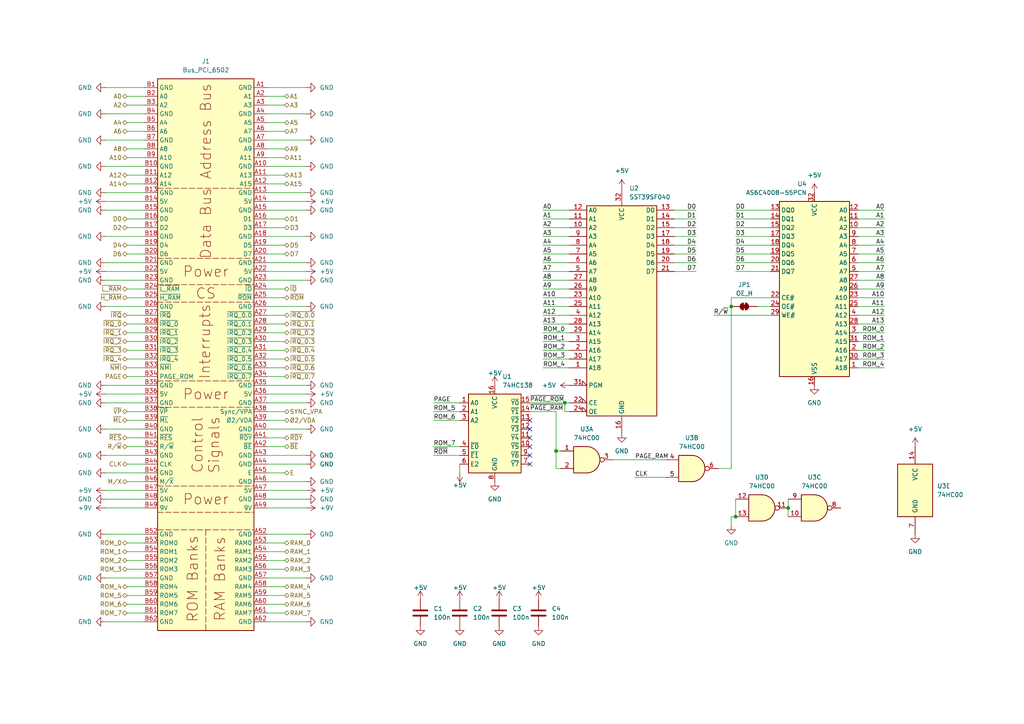
<source format=kicad_sch>
(kicad_sch (version 20231120) (generator "eeschema") (generator_version "8.0")
  (paper "A4")
  (lib_symbols
    (symbol "6502:Bus_PCI_6502"
      (property "Reference" "J" (at 5.08 80.01 0))
      (property "Value" "Bus_PCI_6502" (at 5.08 -82.55 0))
      (symbol "Bus_PCI_6502_1_1"
        (text "Address Bus" (at 0 63.5 900) (effects (font (size 3 3))))
        (text "Control\nSignals" (at 0 -27.432 900) (effects (font (size 3 3))))
        (text "CS" (at 0 16.51 0) (effects (font (size 3 3))))
        (text "Data Bus" (at 0 36.83 900) (effects (font (size 3 3))))
        (text "Interrupts" (at -0.254 2.54 900) (effects (font (size 3 3))))
        (text "Power" (at 0 -43.18 0) (effects (font (size 3 3))))
        (text "Power" (at 0 -12.7 0) (effects (font (size 3 3))))
        (text "Power" (at 0 22.86 0) (effects (font (size 3 3))))
        (text "RAM Banks" (at 4.064 -66.294 900) (effects (font (size 3 3))))
        (text "ROM Banks" (at -3.81 -66.294 900) (effects (font (size 3 3))))
        (pin power_in line (at 17.78 76.2 180) (length 3.81) (name "GND") (number "A1"))
        (pin power_in line (at 17.78 53.34 180) (length 3.81) (name "GND") (number "A10"))
        (pin bidirectional line (at 17.78 50.8 180) (length 3.81) (name "A13") (number "A11"))
        (pin bidirectional line (at 17.78 48.26 180) (length 3.81) (name "A15") (number "A12"))
        (pin power_in line (at 17.78 45.72 180) (length 3.81) (name "GND") (number "A13"))
        (pin power_in line (at 17.78 43.18 180) (length 3.81) (name "5V") (number "A14"))
        (pin power_in line (at 17.78 40.64 180) (length 3.81) (name "GND") (number "A15"))
        (pin bidirectional line (at 17.78 38.1 180) (length 3.81) (name "D1") (number "A16"))
        (pin bidirectional line (at 17.78 35.56 180) (length 3.81) (name "D3") (number "A17"))
        (pin power_in line (at 17.78 33.02 180) (length 3.81) (name "GND") (number "A18"))
        (pin bidirectional line (at 17.78 30.48 180) (length 3.81) (name "D5") (number "A19"))
        (pin bidirectional line (at 17.78 73.66 180) (length 3.81) (name "A1") (number "A2"))
        (pin bidirectional line (at 17.78 27.94 180) (length 3.81) (name "D7") (number "A20"))
        (pin power_in line (at 17.78 25.4 180) (length 3.81) (name "GND") (number "A21"))
        (pin power_in line (at 17.78 22.86 180) (length 3.81) (name "5V") (number "A22"))
        (pin power_in line (at 17.78 20.32 180) (length 3.81) (name "GND") (number "A23"))
        (pin bidirectional line (at 17.78 17.78 180) (length 3.81) (name "~{IO}") (number "A24"))
        (pin bidirectional line (at 17.78 15.24 180) (length 3.81) (name "~{ROM}") (number "A25"))
        (pin power_in line (at 17.78 12.7 180) (length 3.81) (name "GND") (number "A26"))
        (pin input line (at 17.78 10.16 180) (length 3.81) (name "~{IRQ_0.0}") (number "A27"))
        (pin input line (at 17.78 7.62 180) (length 3.81) (name "~{IRQ_0.1}") (number "A28"))
        (pin input line (at 17.78 5.08 180) (length 3.81) (name "~{IRQ_0.2}") (number "A29"))
        (pin bidirectional line (at 17.78 71.12 180) (length 3.81) (name "A3") (number "A3"))
        (pin input line (at 17.78 2.54 180) (length 3.81) (name "~{IRQ_0.3}") (number "A30"))
        (pin input line (at 17.78 0 180) (length 3.81) (name "~{IRQ_0.4}") (number "A31"))
        (pin input line (at 17.78 -2.54 180) (length 3.81) (name "~{IRQ_0.5}") (number "A32"))
        (pin input line (at 17.78 -5.08 180) (length 3.81) (name "~{IRQ_0.6}") (number "A33"))
        (pin input line (at 17.78 -7.62 180) (length 3.81) (name "~{IRQ_0.7}") (number "A34"))
        (pin power_in line (at 17.78 -10.16 180) (length 3.81) (name "GND") (number "A35"))
        (pin power_in line (at 17.78 -12.7 180) (length 3.81) (name "5V") (number "A36"))
        (pin power_in line (at 17.78 -15.24 180) (length 3.81) (name "GND") (number "A37"))
        (pin bidirectional line (at 17.78 -17.78 180) (length 3.81) (name "Sync/VPA") (number "A38"))
        (pin bidirectional line (at 17.78 -20.32 180) (length 3.81) (name "Ø2/VDA") (number "A39"))
        (pin power_in line (at 17.78 68.58 180) (length 3.81) (name "GND") (number "A4"))
        (pin power_in line (at 17.78 -22.86 180) (length 3.81) (name "GND") (number "A40"))
        (pin input line (at 17.78 -25.4 180) (length 3.81) (name "~{RDY}") (number "A41"))
        (pin input line (at 17.78 -27.94 180) (length 3.81) (name "~{BE}") (number "A42"))
        (pin power_in line (at 17.78 -30.48 180) (length 3.81) (name "GND") (number "A43"))
        (pin power_in line (at 17.78 -33.02 180) (length 3.81) (name "GND") (number "A44"))
        (pin output line (at 17.78 -35.56 180) (length 3.81) (name "E") (number "A45"))
        (pin power_in line (at 17.78 -38.1 180) (length 3.81) (name "GND") (number "A46"))
        (pin power_in line (at 17.78 -40.64 180) (length 3.81) (name "5V") (number "A47"))
        (pin power_in line (at 17.78 -43.18 180) (length 3.81) (name "GND") (number "A48"))
        (pin power_in line (at 17.78 -45.72 180) (length 3.81) (name "9V") (number "A49"))
        (pin bidirectional line (at 17.78 66.04 180) (length 3.81) (name "A5") (number "A5"))
        (pin power_in line (at 17.78 -53.34 180) (length 3.81) (name "GND") (number "A52"))
        (pin bidirectional line (at 17.78 -55.88 180) (length 3.81) (name "RAM0") (number "A53"))
        (pin bidirectional line (at 17.78 -58.42 180) (length 3.81) (name "RAM1") (number "A54"))
        (pin bidirectional line (at 17.78 -60.96 180) (length 3.81) (name "RAM2") (number "A55"))
        (pin bidirectional line (at 17.78 -63.5 180) (length 3.81) (name "RAM3") (number "A56"))
        (pin power_in line (at 17.78 -66.04 180) (length 3.81) (name "GND") (number "A57"))
        (pin bidirectional line (at 17.78 -68.58 180) (length 3.81) (name "RAM4") (number "A58"))
        (pin bidirectional line (at 17.78 -71.12 180) (length 3.81) (name "RAM5") (number "A59"))
        (pin bidirectional line (at 17.78 63.5 180) (length 3.81) (name "A7") (number "A6"))
        (pin bidirectional line (at 17.78 -73.66 180) (length 3.81) (name "RAM6") (number "A60"))
        (pin bidirectional line (at 17.78 -76.2 180) (length 3.81) (name "RAM7") (number "A61"))
        (pin power_in line (at 17.78 -78.74 180) (length 3.81) (name "GND") (number "A62"))
        (pin power_in line (at 17.78 60.96 180) (length 3.81) (name "GND") (number "A7"))
        (pin bidirectional line (at 17.78 58.42 180) (length 3.81) (name "A9") (number "A8"))
        (pin bidirectional line (at 17.78 55.88 180) (length 3.81) (name "A11") (number "A9"))
        (pin power_in line (at -17.78 76.2 0) (length 3.81) (name "GND") (number "B1"))
        (pin power_in line (at -17.78 53.34 0) (length 3.81) (name "GND") (number "B10"))
        (pin bidirectional line (at -17.78 50.8 0) (length 3.81) (name "A12") (number "B11"))
        (pin bidirectional line (at -17.78 48.26 0) (length 3.81) (name "A14") (number "B12"))
        (pin power_in line (at -17.78 45.72 0) (length 3.81) (name "GND") (number "B13"))
        (pin power_in line (at -17.78 43.18 0) (length 3.81) (name "5V") (number "B14"))
        (pin power_in line (at -17.78 40.64 0) (length 3.81) (name "GND") (number "B15"))
        (pin bidirectional line (at -17.78 38.1 0) (length 3.81) (name "D0") (number "B16"))
        (pin bidirectional line (at -17.78 35.56 0) (length 3.81) (name "D2") (number "B17"))
        (pin power_in line (at -17.78 33.02 0) (length 3.81) (name "GND") (number "B18"))
        (pin bidirectional line (at -17.78 30.48 0) (length 3.81) (name "D4") (number "B19"))
        (pin bidirectional line (at -17.78 73.66 0) (length 3.81) (name "A0") (number "B2"))
        (pin bidirectional line (at -17.78 27.94 0) (length 3.81) (name "D6") (number "B20"))
        (pin power_in line (at -17.78 25.4 0) (length 3.81) (name "GND") (number "B21"))
        (pin power_in line (at -17.78 22.86 0) (length 3.81) (name "5V") (number "B22"))
        (pin power_in line (at -17.78 20.32 0) (length 3.81) (name "GND") (number "B23"))
        (pin bidirectional line (at -17.78 17.78 0) (length 3.81) (name "~{L_RAM}") (number "B24"))
        (pin bidirectional line (at -17.78 15.24 0) (length 3.81) (name "~{H_RAM}") (number "B25"))
        (pin power_in line (at -17.78 12.7 0) (length 3.81) (name "GND") (number "B26"))
        (pin input line (at -17.78 10.16 0) (length 3.81) (name "~{IRQ}") (number "B27"))
        (pin input line (at -17.78 7.62 0) (length 3.81) (name "~{IRQ_0}") (number "B28"))
        (pin input line (at -17.78 5.08 0) (length 3.81) (name "~{IRQ_1}") (number "B29"))
        (pin bidirectional line (at -17.78 71.12 0) (length 3.81) (name "A2") (number "B3"))
        (pin input line (at -17.78 2.54 0) (length 3.81) (name "~{IRQ_2}") (number "B30"))
        (pin input line (at -17.78 0 0) (length 3.81) (name "~{IRQ_3}") (number "B31"))
        (pin input line (at -17.78 -2.54 0) (length 3.81) (name "~{IRQ_4}") (number "B32"))
        (pin input line (at -17.78 -5.08 0) (length 3.81) (name "~{NMI}") (number "B33"))
        (pin output line (at -17.78 -7.62 0) (length 3.81) (name "PAGE_ROM") (number "B34"))
        (pin power_in line (at -17.78 -10.16 0) (length 3.81) (name "GND") (number "B35"))
        (pin power_in line (at -17.78 -12.7 0) (length 3.81) (name "5V") (number "B36"))
        (pin power_in line (at -17.78 -15.24 0) (length 3.81) (name "GND") (number "B37"))
        (pin bidirectional line (at -17.78 -17.78 0) (length 3.81) (name "~{VP}") (number "B38"))
        (pin bidirectional line (at -17.78 -20.32 0) (length 3.81) (name "~{ML}") (number "B39"))
        (pin power_in line (at -17.78 68.58 0) (length 3.81) (name "GND") (number "B4"))
        (pin power_in line (at -17.78 -22.86 0) (length 3.81) (name "GND") (number "B40"))
        (pin input line (at -17.78 -25.4 0) (length 3.81) (name "~{RES}") (number "B41"))
        (pin bidirectional line (at -17.78 -27.94 0) (length 3.81) (name "R/~{W}") (number "B42"))
        (pin power_in line (at -17.78 -30.48 0) (length 3.81) (name "GND") (number "B43"))
        (pin bidirectional line (at -17.78 -33.02 0) (length 3.81) (name "CLK") (number "B44"))
        (pin power_in line (at -17.78 -35.56 0) (length 3.81) (name "GND") (number "B45"))
        (pin bidirectional line (at -17.78 -38.1 0) (length 3.81) (name "M/~{X}") (number "B46"))
        (pin power_in line (at -17.78 -40.64 0) (length 3.81) (name "5V") (number "B47"))
        (pin power_in line (at -17.78 -43.18 0) (length 3.81) (name "GND") (number "B48"))
        (pin power_in line (at -17.78 -45.72 0) (length 3.81) (name "9V") (number "B49"))
        (pin bidirectional line (at -17.78 66.04 0) (length 3.81) (name "A4") (number "B5"))
        (pin power_in line (at -17.78 -53.34 0) (length 3.81) (name "GND") (number "B52"))
        (pin bidirectional line (at -17.78 -55.88 0) (length 3.81) (name "ROM0") (number "B53"))
        (pin bidirectional line (at -17.78 -58.42 0) (length 3.81) (name "ROM1") (number "B54"))
        (pin bidirectional line (at -17.78 -60.96 0) (length 3.81) (name "ROM2") (number "B55"))
        (pin bidirectional line (at -17.78 -63.5 0) (length 3.81) (name "ROM3") (number "B56"))
        (pin power_in line (at -17.78 -66.04 0) (length 3.81) (name "GND") (number "B57"))
        (pin bidirectional line (at -17.78 -68.58 0) (length 3.81) (name "ROM4") (number "B58"))
        (pin bidirectional line (at -17.78 -71.12 0) (length 3.81) (name "ROM5") (number "B59"))
        (pin bidirectional line (at -17.78 63.5 0) (length 3.81) (name "A6") (number "B6"))
        (pin bidirectional line (at -17.78 -73.66 0) (length 3.81) (name "ROM6") (number "B60"))
        (pin bidirectional line (at -17.78 -76.2 0) (length 3.81) (name "ROM7") (number "B61"))
        (pin power_in line (at -17.78 -78.74 0) (length 3.81) (name "GND") (number "B62"))
        (pin power_in line (at -17.78 60.96 0) (length 3.81) (name "GND") (number "B7"))
        (pin bidirectional line (at -17.78 58.42 0) (length 3.81) (name "A8") (number "B8"))
        (pin bidirectional line (at -17.78 55.88 0) (length 3.81) (name "A10") (number "B9"))
      )
    )
    (symbol "74xx:74HC00" (pin_names (offset 1.016))
      (property "Reference" "U" (at 0 1.27 0))
      (property "Value" "74HC00" (at 0 -1.27 0))
      (symbol "74HC00_1_1"
        (pin input line (at -7.62 2.54 0) (length 3.81) (name "~") (number "1"))
        (pin input line (at -7.62 -2.54 0) (length 3.81) (name "~") (number "2"))
        (pin output inverted (at 7.62 0 180) (length 3.81) (name "~") (number "3"))
      )
      (symbol "74HC00_1_2"
        (pin input inverted (at -7.62 2.54 0) (length 4.318) (name "~") (number "1"))
        (pin input inverted (at -7.62 -2.54 0) (length 4.318) (name "~") (number "2"))
        (pin output line (at 7.62 0 180) (length 3.81) (name "~") (number "3"))
      )
      (symbol "74HC00_2_1"
        (pin input line (at -7.62 2.54 0) (length 3.81) (name "~") (number "4"))
        (pin input line (at -7.62 -2.54 0) (length 3.81) (name "~") (number "5"))
        (pin output inverted (at 7.62 0 180) (length 3.81) (name "~") (number "6"))
      )
      (symbol "74HC00_2_2"
        (pin input inverted (at -7.62 2.54 0) (length 4.318) (name "~") (number "4"))
        (pin input inverted (at -7.62 -2.54 0) (length 4.318) (name "~") (number "5"))
        (pin output line (at 7.62 0 180) (length 3.81) (name "~") (number "6"))
      )
      (symbol "74HC00_3_1"
        (pin input line (at -7.62 -2.54 0) (length 3.81) (name "~") (number "10"))
        (pin output inverted (at 7.62 0 180) (length 3.81) (name "~") (number "8"))
        (pin input line (at -7.62 2.54 0) (length 3.81) (name "~") (number "9"))
      )
      (symbol "74HC00_3_2"
        (pin input inverted (at -7.62 -2.54 0) (length 4.318) (name "~") (number "10"))
        (pin output line (at 7.62 0 180) (length 3.81) (name "~") (number "8"))
        (pin input inverted (at -7.62 2.54 0) (length 4.318) (name "~") (number "9"))
      )
      (symbol "74HC00_4_1"
        (pin output inverted (at 7.62 0 180) (length 3.81) (name "~") (number "11"))
        (pin input line (at -7.62 2.54 0) (length 3.81) (name "~") (number "12"))
        (pin input line (at -7.62 -2.54 0) (length 3.81) (name "~") (number "13"))
      )
      (symbol "74HC00_4_2"
        (pin output line (at 7.62 0 180) (length 3.81) (name "~") (number "11"))
        (pin input inverted (at -7.62 2.54 0) (length 4.318) (name "~") (number "12"))
        (pin input inverted (at -7.62 -2.54 0) (length 4.318) (name "~") (number "13"))
      )
      (symbol "74HC00_5_0"
        (pin power_in line (at 0 12.7 270) (length 5.08) (name "VCC") (number "14"))
        (pin power_in line (at 0 -12.7 90) (length 5.08) (name "GND") (number "7"))
      )
    )
    (symbol "74xx:74HC138"
      (property "Reference" "U" (at -7.62 13.97 0))
      (property "Value" "74HC138" (at 2.54 -11.43 0))
      (symbol "74HC138_1_1"
        (pin input line (at -10.16 10.16 0) (length 2.54) (name "A0") (number "1"))
        (pin output line (at 10.16 -2.54 180) (length 2.54) (name "~{Y5}") (number "10"))
        (pin output line (at 10.16 0 180) (length 2.54) (name "~{Y4}") (number "11"))
        (pin output line (at 10.16 2.54 180) (length 2.54) (name "~{Y3}") (number "12"))
        (pin output line (at 10.16 5.08 180) (length 2.54) (name "~{Y2}") (number "13"))
        (pin output line (at 10.16 7.62 180) (length 2.54) (name "~{Y1}") (number "14"))
        (pin output line (at 10.16 10.16 180) (length 2.54) (name "~{Y0}") (number "15"))
        (pin power_in line (at 0 15.24 270) (length 2.54) (name "VCC") (number "16"))
        (pin input line (at -10.16 7.62 0) (length 2.54) (name "A1") (number "2"))
        (pin input line (at -10.16 5.08 0) (length 2.54) (name "A2") (number "3"))
        (pin input line (at -10.16 -2.54 0) (length 2.54) (name "~{E0}") (number "4"))
        (pin input line (at -10.16 -5.08 0) (length 2.54) (name "~{E1}") (number "5"))
        (pin input line (at -10.16 -7.62 0) (length 2.54) (name "E2") (number "6"))
        (pin output line (at 10.16 -7.62 180) (length 2.54) (name "~{Y7}") (number "7"))
        (pin power_in line (at 0 -12.7 90) (length 2.54) (name "GND") (number "8"))
        (pin output line (at 10.16 -5.08 180) (length 2.54) (name "~{Y6}") (number "9"))
      )
    )
    (symbol "Device:C" (pin_numbers hide) (pin_names (offset 0.254))
      (property "Reference" "C" (at 0.635 2.54 0))
      (property "Value" "C" (at 0.635 -2.54 0))
      (symbol "C_1_1"
        (pin passive line (at 0 3.81 270) (length 2.794) (name "~") (number "1"))
        (pin passive line (at 0 -3.81 90) (length 2.794) (name "~") (number "2"))
      )
    )
    (symbol "Jumper:SolderJumper_2_Bridged" (pin_numbers hide) (pin_names (offset 0) hide) (exclude_from_sim yes) (in_bom no)
      (property "Reference" "JP" (at 0 2.032 0))
      (property "Value" "SolderJumper_2_Bridged" (at 0 -2.54 0))
      (symbol "SolderJumper_2_Bridged_1_1"
        (pin passive line (at -3.81 0 0) (length 2.54) (name "A") (number "1"))
        (pin passive line (at 3.81 0 180) (length 2.54) (name "B") (number "2"))
      )
    )
    (symbol "Memory_Flash:SST39SF040"
      (property "Reference" "U" (at 2.54 33.02 0))
      (property "Value" "SST39SF040" (at 0 -30.48 0))
      (symbol "SST39SF040_0_0"
        (pin power_in line (at 0 -34.29 90) (length 5.08) (name "GND") (number "16"))
        (pin power_in line (at 0 36.83 270) (length 5.08) (name "VCC") (number "32"))
      )
      (symbol "SST39SF040_1_1"
        (pin input line (at -15.24 -15.24 0) (length 5.08) (name "A18") (number "1"))
        (pin input line (at -15.24 25.4 0) (length 5.08) (name "A2") (number "10"))
        (pin input line (at -15.24 27.94 0) (length 5.08) (name "A1") (number "11"))
        (pin input line (at -15.24 30.48 0) (length 5.08) (name "A0") (number "12"))
        (pin tri_state line (at 15.24 30.48 180) (length 5.08) (name "D0") (number "13"))
        (pin tri_state line (at 15.24 27.94 180) (length 5.08) (name "D1") (number "14"))
        (pin tri_state line (at 15.24 25.4 180) (length 5.08) (name "D2") (number "15"))
        (pin tri_state line (at 15.24 22.86 180) (length 5.08) (name "D3") (number "17"))
        (pin tri_state line (at 15.24 20.32 180) (length 5.08) (name "D4") (number "18"))
        (pin tri_state line (at 15.24 17.78 180) (length 5.08) (name "D5") (number "19"))
        (pin input line (at -15.24 -10.16 0) (length 5.08) (name "A16") (number "2"))
        (pin tri_state line (at 15.24 15.24 180) (length 5.08) (name "D6") (number "20"))
        (pin tri_state line (at 15.24 12.7 180) (length 5.08) (name "D7") (number "21"))
        (pin input input_low (at -15.24 -25.4 0) (length 5.08) (name "CE") (number "22"))
        (pin input line (at -15.24 5.08 0) (length 5.08) (name "A10") (number "23"))
        (pin input input_low (at -15.24 -27.94 0) (length 5.08) (name "OE") (number "24"))
        (pin input line (at -15.24 2.54 0) (length 5.08) (name "A11") (number "25"))
        (pin input line (at -15.24 7.62 0) (length 5.08) (name "A9") (number "26"))
        (pin input line (at -15.24 10.16 0) (length 5.08) (name "A8") (number "27"))
        (pin input line (at -15.24 -2.54 0) (length 5.08) (name "A13") (number "28"))
        (pin input line (at -15.24 -5.08 0) (length 5.08) (name "A14") (number "29"))
        (pin input line (at -15.24 -7.62 0) (length 5.08) (name "A15") (number "3"))
        (pin input line (at -15.24 -12.7 0) (length 5.08) (name "A17") (number "30"))
        (pin input input_low (at -15.24 -20.32 0) (length 5.08) (name "PGM") (number "31"))
        (pin input line (at -15.24 0 0) (length 5.08) (name "A12") (number "4"))
        (pin input line (at -15.24 12.7 0) (length 5.08) (name "A7") (number "5"))
        (pin input line (at -15.24 15.24 0) (length 5.08) (name "A6") (number "6"))
        (pin input line (at -15.24 17.78 0) (length 5.08) (name "A5") (number "7"))
        (pin input line (at -15.24 20.32 0) (length 5.08) (name "A4") (number "8"))
        (pin input line (at -15.24 22.86 0) (length 5.08) (name "A3") (number "9"))
      )
    )
    (symbol "Memory_RAM:AS6C4008-55PCN"
      (property "Reference" "U" (at -10.16 26.035 0))
      (property "Value" "AS6C4008-55PCN" (at 2.54 26.035 0))
      (symbol "AS6C4008-55PCN_0_0"
        (pin power_in line (at 0 -27.94 90) (length 2.54) (name "VSS") (number "16"))
        (pin power_in line (at 0 27.94 270) (length 2.54) (name "VCC") (number "32"))
      )
      (symbol "AS6C4008-55PCN_1_1"
        (pin input line (at -12.7 -22.86 0) (length 2.54) (name "A18") (number "1"))
        (pin input line (at -12.7 17.78 0) (length 2.54) (name "A2") (number "10"))
        (pin input line (at -12.7 20.32 0) (length 2.54) (name "A1") (number "11"))
        (pin input line (at -12.7 22.86 0) (length 2.54) (name "A0") (number "12"))
        (pin tri_state line (at 12.7 22.86 180) (length 2.54) (name "DQ0") (number "13"))
        (pin tri_state line (at 12.7 20.32 180) (length 2.54) (name "DQ1") (number "14"))
        (pin tri_state line (at 12.7 17.78 180) (length 2.54) (name "DQ2") (number "15"))
        (pin tri_state line (at 12.7 15.24 180) (length 2.54) (name "DQ3") (number "17"))
        (pin tri_state line (at 12.7 12.7 180) (length 2.54) (name "DQ4") (number "18"))
        (pin tri_state line (at 12.7 10.16 180) (length 2.54) (name "DQ5") (number "19"))
        (pin input line (at -12.7 -17.78 0) (length 2.54) (name "A16") (number "2"))
        (pin tri_state line (at 12.7 7.62 180) (length 2.54) (name "DQ6") (number "20"))
        (pin tri_state line (at 12.7 5.08 180) (length 2.54) (name "DQ7") (number "21"))
        (pin input line (at 12.7 -2.54 180) (length 2.54) (name "CE#") (number "22"))
        (pin input line (at -12.7 -2.54 0) (length 2.54) (name "A10") (number "23"))
        (pin input line (at 12.7 -5.08 180) (length 2.54) (name "OE#") (number "24"))
        (pin input line (at -12.7 -5.08 0) (length 2.54) (name "A11") (number "25"))
        (pin input line (at -12.7 0 0) (length 2.54) (name "A9") (number "26"))
        (pin input line (at -12.7 2.54 0) (length 2.54) (name "A8") (number "27"))
        (pin input line (at -12.7 -10.16 0) (length 2.54) (name "A13") (number "28"))
        (pin input line (at 12.7 -7.62 180) (length 2.54) (name "WE#") (number "29"))
        (pin input line (at -12.7 -12.7 0) (length 2.54) (name "A14") (number "3"))
        (pin input line (at -12.7 -20.32 0) (length 2.54) (name "A17") (number "30"))
        (pin input line (at -12.7 -15.24 0) (length 2.54) (name "A15") (number "31"))
        (pin input line (at -12.7 -7.62 0) (length 2.54) (name "A12") (number "4"))
        (pin input line (at -12.7 5.08 0) (length 2.54) (name "A7") (number "5"))
        (pin input line (at -12.7 7.62 0) (length 2.54) (name "A6") (number "6"))
        (pin input line (at -12.7 10.16 0) (length 2.54) (name "A5") (number "7"))
        (pin input line (at -12.7 12.7 0) (length 2.54) (name "A4") (number "8"))
        (pin input line (at -12.7 15.24 0) (length 2.54) (name "A3") (number "9"))
      )
    )
    (symbol "power:+5V" (power) (pin_numbers hide) (pin_names (offset 0) hide)
      (property "Value" "+5V" (at 0 3.556 0))
      (symbol "+5V_1_1"
        (pin power_in line (at 0 0 90) (length 0) (name "~") (number "1"))
      )
    )
    (symbol "power:+9V" (power) (pin_numbers hide) (pin_names (offset 0) hide)
      (property "Value" "+9V" (at 0 3.556 0))
      (symbol "+9V_1_1"
        (pin power_in line (at 0 0 90) (length 0) (name "~") (number "1"))
      )
    )
    (symbol "power:GND" (power) (pin_numbers hide) (pin_names (offset 0) hide)
      (property "Value" "GND" (at 0 -3.81 0))
      (symbol "GND_1_1"
        (pin power_in line (at 0 0 270) (length 0) (name "~") (number "1"))
      )
    )
  )
  (junction (at 163.83 116.84))
  (junction (at 212.09 88.9))
  (junction (at 161.29 130.81))
  (junction (at 228.6 147.32))
  (junction (at 213.36 149.86))
  (no_connect (at 153.67 121.92))
  (no_connect (at 153.67 134.62))
  (no_connect (at 153.67 127))
  (no_connect (at 153.67 132.08))
  (no_connect (at 153.67 124.46))
  (no_connect (at 153.67 129.54))
  (wire (pts (xy 256.54 88.9) (xy 248.92 88.9)))
  (wire (pts (xy 36.83 172.72) (xy 41.91 172.72)))
  (wire (pts (xy 256.54 66.04) (xy 248.92 66.04)))
  (wire (pts (xy 157.48 104.14) (xy 165.1 104.14)))
  (wire (pts (xy 256.54 99.06) (xy 248.92 99.06)))
  (wire (pts (xy 213.36 66.04) (xy 223.52 66.04)))
  (wire (pts (xy 36.83 71.12) (xy 41.91 71.12)))
  (wire (pts (xy 36.83 134.62) (xy 41.91 134.62)))
  (wire (pts (xy 157.48 73.66) (xy 165.1 73.66)))
  (wire (pts (xy 30.48 40.64) (xy 41.91 40.64)))
  (wire (pts (xy 133.35 134.62) (xy 133.35 137.16)))
  (wire (pts (xy 82.55 119.38) (xy 77.47 119.38)))
  (wire (pts (xy 36.83 119.38) (xy 41.91 119.38)))
  (wire (pts (xy 201.93 76.2) (xy 195.58 76.2)))
  (wire (pts (xy 36.83 30.48) (xy 41.91 30.48)))
  (wire (pts (xy 88.9 154.94) (xy 77.47 154.94)))
  (wire (pts (xy 256.54 60.96) (xy 248.92 60.96)))
  (wire (pts (xy 157.48 71.12) (xy 165.1 71.12)))
  (wire (pts (xy 157.48 81.28) (xy 165.1 81.28)))
  (wire (pts (xy 256.54 68.58) (xy 248.92 68.58)))
  (wire (pts (xy 88.9 134.62) (xy 77.47 134.62)))
  (wire (pts (xy 201.93 66.04) (xy 195.58 66.04)))
  (wire (pts (xy 177.8 133.35) (xy 193.04 133.35)))
  (wire (pts (xy 256.54 76.2) (xy 248.92 76.2)))
  (wire (pts (xy 36.83 91.44) (xy 41.91 91.44)))
  (wire (pts (xy 213.36 71.12) (xy 223.52 71.12)))
  (wire (pts (xy 30.48 111.76) (xy 41.91 111.76)))
  (wire (pts (xy 82.55 91.44) (xy 77.47 91.44)))
  (wire (pts (xy 256.54 63.5) (xy 248.92 63.5)))
  (wire (pts (xy 82.55 63.5) (xy 77.47 63.5)))
  (wire (pts (xy 82.55 106.68) (xy 77.47 106.68)))
  (wire (pts (xy 88.9 167.64) (xy 77.47 167.64)))
  (wire (pts (xy 256.54 83.82) (xy 248.92 83.82)))
  (wire (pts (xy 228.6 144.78) (xy 228.6 147.32)))
  (wire (pts (xy 82.55 129.54) (xy 77.47 129.54)))
  (wire (pts (xy 88.9 144.78) (xy 77.47 144.78)))
  (wire (pts (xy 82.55 170.18) (xy 77.47 170.18)))
  (wire (pts (xy 201.93 71.12) (xy 195.58 71.12)))
  (wire (pts (xy 30.48 33.02) (xy 41.91 33.02)))
  (wire (pts (xy 88.9 68.58) (xy 77.47 68.58)))
  (wire (pts (xy 213.36 60.96) (xy 223.52 60.96)))
  (wire (pts (xy 36.83 27.94) (xy 41.91 27.94)))
  (wire (pts (xy 161.29 119.38) (xy 161.29 130.81)))
  (wire (pts (xy 212.09 88.9) (xy 212.09 135.89)))
  (wire (pts (xy 82.55 93.98) (xy 77.47 93.98)))
  (wire (pts (xy 213.36 73.66) (xy 223.52 73.66)))
  (wire (pts (xy 36.83 53.34) (xy 41.91 53.34)))
  (wire (pts (xy 212.09 149.86) (xy 213.36 149.86)))
  (wire (pts (xy 30.48 78.74) (xy 41.91 78.74)))
  (wire (pts (xy 82.55 137.16) (xy 77.47 137.16)))
  (wire (pts (xy 228.6 147.32) (xy 228.6 149.86)))
  (wire (pts (xy 82.55 162.56) (xy 77.47 162.56)))
  (wire (pts (xy 201.93 78.74) (xy 195.58 78.74)))
  (wire (pts (xy 157.48 96.52) (xy 165.1 96.52)))
  (wire (pts (xy 36.83 38.1) (xy 41.91 38.1)))
  (wire (pts (xy 30.48 48.26) (xy 41.91 48.26)))
  (wire (pts (xy 157.48 63.5) (xy 165.1 63.5)))
  (wire (pts (xy 82.55 96.52) (xy 77.47 96.52)))
  (wire (pts (xy 88.9 58.42) (xy 77.47 58.42)))
  (wire (pts (xy 213.36 76.2) (xy 223.52 76.2)))
  (wire (pts (xy 88.9 76.2) (xy 77.47 76.2)))
  (wire (pts (xy 30.48 114.3) (xy 41.91 114.3)))
  (wire (pts (xy 82.55 73.66) (xy 77.47 73.66)))
  (wire (pts (xy 256.54 93.98) (xy 248.92 93.98)))
  (wire (pts (xy 88.9 25.4) (xy 77.47 25.4)))
  (wire (pts (xy 30.48 81.28) (xy 41.91 81.28)))
  (wire (pts (xy 256.54 81.28) (xy 248.92 81.28)))
  (wire (pts (xy 157.48 106.68) (xy 165.1 106.68)))
  (wire (pts (xy 30.48 68.58) (xy 41.91 68.58)))
  (wire (pts (xy 82.55 83.82) (xy 77.47 83.82)))
  (wire (pts (xy 36.83 35.56) (xy 41.91 35.56)))
  (wire (pts (xy 36.83 177.8) (xy 41.91 177.8)))
  (wire (pts (xy 30.48 154.94) (xy 41.91 154.94)))
  (wire (pts (xy 36.83 121.92) (xy 41.91 121.92)))
  (wire (pts (xy 88.9 180.34) (xy 77.47 180.34)))
  (wire (pts (xy 36.83 86.36) (xy 41.91 86.36)))
  (wire (pts (xy 157.48 86.36) (xy 165.1 86.36)))
  (wire (pts (xy 163.83 119.38) (xy 163.83 116.84)))
  (wire (pts (xy 82.55 50.8) (xy 77.47 50.8)))
  (wire (pts (xy 30.48 147.32) (xy 41.91 147.32)))
  (wire (pts (xy 125.73 119.38) (xy 133.35 119.38)))
  (wire (pts (xy 212.09 152.4) (xy 212.09 149.86)))
  (wire (pts (xy 82.55 86.36) (xy 77.47 86.36)))
  (wire (pts (xy 157.48 83.82) (xy 165.1 83.82)))
  (wire (pts (xy 125.73 129.54) (xy 133.35 129.54)))
  (wire (pts (xy 30.48 132.08) (xy 41.91 132.08)))
  (wire (pts (xy 30.48 55.88) (xy 41.91 55.88)))
  (wire (pts (xy 36.83 157.48) (xy 41.91 157.48)))
  (wire (pts (xy 201.93 60.96) (xy 195.58 60.96)))
  (wire (pts (xy 161.29 135.89) (xy 161.29 130.81)))
  (wire (pts (xy 157.48 60.96) (xy 165.1 60.96)))
  (wire (pts (xy 125.73 132.08) (xy 133.35 132.08)))
  (wire (pts (xy 212.09 86.36) (xy 212.09 88.9)))
  (wire (pts (xy 256.54 104.14) (xy 248.92 104.14)))
  (wire (pts (xy 36.83 109.22) (xy 41.91 109.22)))
  (wire (pts (xy 36.83 101.6) (xy 41.91 101.6)))
  (wire (pts (xy 36.83 165.1) (xy 41.91 165.1)))
  (wire (pts (xy 36.83 99.06) (xy 41.91 99.06)))
  (wire (pts (xy 30.48 60.96) (xy 41.91 60.96)))
  (wire (pts (xy 30.48 167.64) (xy 41.91 167.64)))
  (wire (pts (xy 153.67 119.38) (xy 161.29 119.38)))
  (wire (pts (xy 256.54 71.12) (xy 248.92 71.12)))
  (wire (pts (xy 36.83 175.26) (xy 41.91 175.26)))
  (wire (pts (xy 82.55 121.92) (xy 77.47 121.92)))
  (wire (pts (xy 36.83 104.14) (xy 41.91 104.14)))
  (wire (pts (xy 30.48 76.2) (xy 41.91 76.2)))
  (wire (pts (xy 157.48 68.58) (xy 165.1 68.58)))
  (wire (pts (xy 30.48 25.4) (xy 41.91 25.4)))
  (wire (pts (xy 82.55 101.6) (xy 77.47 101.6)))
  (wire (pts (xy 30.48 137.16) (xy 41.91 137.16)))
  (wire (pts (xy 36.83 139.7) (xy 41.91 139.7)))
  (wire (pts (xy 157.48 101.6) (xy 165.1 101.6)))
  (wire (pts (xy 82.55 45.72) (xy 77.47 45.72)))
  (wire (pts (xy 88.9 33.02) (xy 77.47 33.02)))
  (wire (pts (xy 36.83 170.18) (xy 41.91 170.18)))
  (wire (pts (xy 157.48 78.74) (xy 165.1 78.74)))
  (wire (pts (xy 82.55 165.1) (xy 77.47 165.1)))
  (wire (pts (xy 82.55 177.8) (xy 77.47 177.8)))
  (wire (pts (xy 213.36 63.5) (xy 223.52 63.5)))
  (wire (pts (xy 82.55 35.56) (xy 77.47 35.56)))
  (wire (pts (xy 207.01 91.44) (xy 223.52 91.44)))
  (wire (pts (xy 165.1 119.38) (xy 163.83 119.38)))
  (wire (pts (xy 36.83 66.04) (xy 41.91 66.04)))
  (wire (pts (xy 157.48 88.9) (xy 165.1 88.9)))
  (wire (pts (xy 30.48 180.34) (xy 41.91 180.34)))
  (wire (pts (xy 162.56 135.89) (xy 161.29 135.89)))
  (wire (pts (xy 256.54 96.52) (xy 248.92 96.52)))
  (wire (pts (xy 30.48 88.9) (xy 41.91 88.9)))
  (wire (pts (xy 82.55 172.72) (xy 77.47 172.72)))
  (wire (pts (xy 88.9 48.26) (xy 77.47 48.26)))
  (wire (pts (xy 213.36 68.58) (xy 223.52 68.58)))
  (wire (pts (xy 157.48 93.98) (xy 165.1 93.98)))
  (wire (pts (xy 36.83 50.8) (xy 41.91 50.8)))
  (wire (pts (xy 88.9 55.88) (xy 77.47 55.88)))
  (wire (pts (xy 256.54 106.68) (xy 248.92 106.68)))
  (wire (pts (xy 82.55 27.94) (xy 77.47 27.94)))
  (wire (pts (xy 82.55 43.18) (xy 77.47 43.18)))
  (wire (pts (xy 88.9 132.08) (xy 77.47 132.08)))
  (wire (pts (xy 36.83 45.72) (xy 41.91 45.72)))
  (wire (pts (xy 36.83 162.56) (xy 41.91 162.56)))
  (wire (pts (xy 36.83 93.98) (xy 41.91 93.98)))
  (wire (pts (xy 88.9 88.9) (xy 77.47 88.9)))
  (wire (pts (xy 157.48 66.04) (xy 165.1 66.04)))
  (wire (pts (xy 157.48 91.44) (xy 165.1 91.44)))
  (wire (pts (xy 256.54 101.6) (xy 248.92 101.6)))
  (wire (pts (xy 157.48 76.2) (xy 165.1 76.2)))
  (wire (pts (xy 82.55 38.1) (xy 77.47 38.1)))
  (wire (pts (xy 161.29 130.81) (xy 162.56 130.81)))
  (wire (pts (xy 30.48 144.78) (xy 41.91 144.78)))
  (wire (pts (xy 82.55 175.26) (xy 77.47 175.26)))
  (wire (pts (xy 201.93 73.66) (xy 195.58 73.66)))
  (wire (pts (xy 213.36 144.78) (xy 213.36 149.86)))
  (wire (pts (xy 125.73 116.84) (xy 133.35 116.84)))
  (wire (pts (xy 213.36 78.74) (xy 223.52 78.74)))
  (wire (pts (xy 30.48 124.46) (xy 41.91 124.46)))
  (wire (pts (xy 82.55 160.02) (xy 77.47 160.02)))
  (wire (pts (xy 36.83 73.66) (xy 41.91 73.66)))
  (wire (pts (xy 125.73 121.92) (xy 133.35 121.92)))
  (wire (pts (xy 153.67 116.84) (xy 163.83 116.84)))
  (wire (pts (xy 219.71 88.9) (xy 223.52 88.9)))
  (wire (pts (xy 36.83 63.5) (xy 41.91 63.5)))
  (wire (pts (xy 82.55 99.06) (xy 77.47 99.06)))
  (wire (pts (xy 88.9 114.3) (xy 77.47 114.3)))
  (wire (pts (xy 30.48 58.42) (xy 41.91 58.42)))
  (wire (pts (xy 256.54 91.44) (xy 248.92 91.44)))
  (wire (pts (xy 256.54 86.36) (xy 248.92 86.36)))
  (wire (pts (xy 82.55 127) (xy 77.47 127)))
  (wire (pts (xy 82.55 71.12) (xy 77.47 71.12)))
  (wire (pts (xy 36.83 106.68) (xy 41.91 106.68)))
  (wire (pts (xy 36.83 83.82) (xy 41.91 83.82)))
  (wire (pts (xy 88.9 78.74) (xy 77.47 78.74)))
  (wire (pts (xy 30.48 116.84) (xy 41.91 116.84)))
  (wire (pts (xy 212.09 86.36) (xy 223.52 86.36)))
  (wire (pts (xy 256.54 78.74) (xy 248.92 78.74)))
  (wire (pts (xy 88.9 81.28) (xy 77.47 81.28)))
  (wire (pts (xy 88.9 116.84) (xy 77.47 116.84)))
  (wire (pts (xy 184.15 138.43) (xy 193.04 138.43)))
  (wire (pts (xy 36.83 129.54) (xy 41.91 129.54)))
  (wire (pts (xy 88.9 111.76) (xy 77.47 111.76)))
  (wire (pts (xy 201.93 68.58) (xy 195.58 68.58)))
  (wire (pts (xy 157.48 99.06) (xy 165.1 99.06)))
  (wire (pts (xy 36.83 160.02) (xy 41.91 160.02)))
  (wire (pts (xy 36.83 96.52) (xy 41.91 96.52)))
  (wire (pts (xy 30.48 142.24) (xy 41.91 142.24)))
  (wire (pts (xy 88.9 139.7) (xy 77.47 139.7)))
  (wire (pts (xy 88.9 147.32) (xy 77.47 147.32)))
  (wire (pts (xy 88.9 124.46) (xy 77.47 124.46)))
  (wire (pts (xy 36.83 43.18) (xy 41.91 43.18)))
  (wire (pts (xy 82.55 109.22) (xy 77.47 109.22)))
  (wire (pts (xy 256.54 73.66) (xy 248.92 73.66)))
  (wire (pts (xy 82.55 53.34) (xy 77.47 53.34)))
  (wire (pts (xy 82.55 30.48) (xy 77.47 30.48)))
  (wire (pts (xy 88.9 60.96) (xy 77.47 60.96)))
  (wire (pts (xy 208.28 135.89) (xy 212.09 135.89)))
  (wire (pts (xy 82.55 66.04) (xy 77.47 66.04)))
  (wire (pts (xy 88.9 142.24) (xy 77.47 142.24)))
  (wire (pts (xy 82.55 104.14) (xy 77.47 104.14)))
  (wire (pts (xy 36.83 127) (xy 41.91 127)))
  (wire (pts (xy 82.55 157.48) (xy 77.47 157.48)))
  (wire (pts (xy 88.9 40.64) (xy 77.47 40.64)))
  (wire (pts (xy 201.93 63.5) (xy 195.58 63.5)))
  (wire (pts (xy 163.83 116.84) (xy 165.1 116.84)))
  (label "A12" (at 256.54 91.44 180))
  (label "ROM_4" (at 256.54 106.68 180))
  (label "A1" (at 157.48 63.5 0))
  (label "A2" (at 256.54 66.04 180))
  (label "D2" (at 201.93 66.04 180))
  (label "PAGE" (at 125.73 116.84 0))
  (label "A12" (at 157.48 91.44 0))
  (label "D6" (at 201.93 76.2 180))
  (label "D5" (at 201.93 73.66 180))
  (label "ROM_1" (at 157.48 99.06 0))
  (label "~{ROM}" (at 125.73 132.08 0))
  (label "A8" (at 157.48 81.28 0))
  (label "A13" (at 256.54 93.98 180))
  (label "A4" (at 256.54 71.12 180))
  (label "ROM_3" (at 256.54 104.14 180))
  (label "A4" (at 157.48 71.12 0))
  (label "A5" (at 256.54 73.66 180))
  (label "D2" (at 213.36 66.04 0))
  (label "D3" (at 201.93 68.58 180))
  (label "D1" (at 213.36 63.5 0))
  (label "A5" (at 157.48 73.66 0))
  (label "ROM_7" (at 125.73 129.54 0))
  (label "A3" (at 256.54 68.58 180))
  (label "A2" (at 157.48 66.04 0))
  (label "D1" (at 201.93 63.5 180))
  (label "~{PAGE_ROM}" (at 153.67 116.84 0))
  (label "D4" (at 201.93 71.12 180))
  (label "R{slash}~{W}" (at 207.01 91.44 0))
  (label "A6" (at 157.48 76.2 0))
  (label "A7" (at 256.54 78.74 180))
  (label "A0" (at 157.48 60.96 0))
  (label "ROM_0" (at 256.54 96.52 180))
  (label "A0" (at 256.54 60.96 180))
  (label "ROM_2" (at 256.54 101.6 180))
  (label "A9" (at 157.48 83.82 0))
  (label "D7" (at 201.93 78.74 180))
  (label "ROM_4" (at 157.48 106.68 0))
  (label "D5" (at 213.36 73.66 0))
  (label "CLK" (at 184.15 138.43 0))
  (label "D6" (at 213.36 76.2 0))
  (label "~{PAGE_RAM}" (at 153.67 119.38 0))
  (label "ROM_3" (at 157.48 104.14 0))
  (label "A7" (at 157.48 78.74 0))
  (label "ROM_6" (at 125.73 121.92 0))
  (label "A11" (at 256.54 88.9 180))
  (label "ROM_0" (at 157.48 96.52 0))
  (label "D4" (at 213.36 71.12 0))
  (label "A10" (at 157.48 86.36 0))
  (label "A10" (at 256.54 86.36 180))
  (label "A1" (at 256.54 63.5 180))
  (label "A13" (at 157.48 93.98 0))
  (label "A6" (at 256.54 76.2 180))
  (label "A8" (at 256.54 81.28 180))
  (label "D7" (at 213.36 78.74 0))
  (label "D0" (at 213.36 60.96 0))
  (label "D0" (at 201.93 60.96 180))
  (label "D3" (at 213.36 68.58 0))
  (label "ROM_2" (at 157.48 101.6 0))
  (label "ROM_1" (at 256.54 99.06 180))
  (label "A11" (at 157.48 88.9 0))
  (label "ROM_5" (at 125.73 119.38 0))
  (label "PAGE_RAM" (at 184.15 133.35 0))
  (label "A3" (at 157.48 68.58 0))
  (label "A9" (at 256.54 83.82 180))
  (hierarchical_label "D3" (shape bidirectional) (at 82.55 66.04 0))
  (hierarchical_label "R{slash}~{W}" (shape bidirectional) (at 36.83 129.54 180))
  (hierarchical_label "ROM_2" (shape bidirectional) (at 36.83 162.56 180))
  (hierarchical_label "D0" (shape bidirectional) (at 36.83 63.5 180))
  (hierarchical_label "CLK" (shape bidirectional) (at 36.83 134.62 180))
  (hierarchical_label "~{NMI}" (shape bidirectional) (at 36.83 106.68 180))
  (hierarchical_label "RAM_1" (shape bidirectional) (at 82.55 160.02 0))
  (hierarchical_label "~{BE}" (shape bidirectional) (at 82.55 129.54 0))
  (hierarchical_label "~{L_RAM}" (shape bidirectional) (at 36.83 83.82 180))
  (hierarchical_label "~{IRQ_2}" (shape bidirectional) (at 36.83 99.06 180))
  (hierarchical_label "A7" (shape bidirectional) (at 82.55 38.1 0))
  (hierarchical_label "A4" (shape bidirectional) (at 36.83 35.56 180))
  (hierarchical_label "A15" (shape bidirectional) (at 82.55 53.34 0))
  (hierarchical_label "A5" (shape bidirectional) (at 82.55 35.56 0))
  (hierarchical_label "A6" (shape bidirectional) (at 36.83 38.1 180))
  (hierarchical_label "A12" (shape bidirectional) (at 36.83 50.8 180))
  (hierarchical_label "A10" (shape bidirectional) (at 36.83 45.72 180))
  (hierarchical_label "A3" (shape bidirectional) (at 82.55 30.48 0))
  (hierarchical_label "RAM_4" (shape bidirectional) (at 82.55 170.18 0))
  (hierarchical_label "A14" (shape bidirectional) (at 36.83 53.34 180))
  (hierarchical_label "D4" (shape bidirectional) (at 36.83 71.12 180))
  (hierarchical_label "~{RDY}" (shape bidirectional) (at 82.55 127 0))
  (hierarchical_label "~{IRQ_0.5}" (shape bidirectional) (at 82.55 104.14 0))
  (hierarchical_label "ROM_4" (shape bidirectional) (at 36.83 170.18 180))
  (hierarchical_label "A9" (shape bidirectional) (at 82.55 43.18 0))
  (hierarchical_label "A13" (shape bidirectional) (at 82.55 50.8 0))
  (hierarchical_label "RAM_0" (shape bidirectional) (at 82.55 157.48 0))
  (hierarchical_label "RAM_2" (shape bidirectional) (at 82.55 162.56 0))
  (hierarchical_label "~{IRQ_0.4}" (shape bidirectional) (at 82.55 101.6 0))
  (hierarchical_label "~{IRQ_0.0}" (shape bidirectional) (at 82.55 91.44 0))
  (hierarchical_label "~{IRQ_3}" (shape bidirectional) (at 36.83 101.6 180))
  (hierarchical_label "~{IRQ_0}" (shape bidirectional) (at 36.83 93.98 180))
  (hierarchical_label "RAM_6" (shape bidirectional) (at 82.55 175.26 0))
  (hierarchical_label "A11" (shape bidirectional) (at 82.55 45.72 0))
  (hierarchical_label "~{RES}" (shape bidirectional) (at 36.83 127 180))
  (hierarchical_label "ROM_5" (shape bidirectional) (at 36.83 172.72 180))
  (hierarchical_label "ROM_7" (shape bidirectional) (at 36.83 177.8 180))
  (hierarchical_label "A0" (shape bidirectional) (at 36.83 27.94 180))
  (hierarchical_label "RAM_7" (shape bidirectional) (at 82.55 177.8 0))
  (hierarchical_label "~{ML}" (shape bidirectional) (at 36.83 121.92 180))
  (hierarchical_label "~{IRQ_0.3}" (shape bidirectional) (at 82.55 99.06 0))
  (hierarchical_label "~{H_RAM}" (shape bidirectional) (at 36.83 86.36 180))
  (hierarchical_label "ROM_6" (shape bidirectional) (at 36.83 175.26 180))
  (hierarchical_label "A1" (shape bidirectional) (at 82.55 27.94 0))
  (hierarchical_label "~{ROM}" (shape bidirectional) (at 82.55 86.36 0))
  (hierarchical_label "A8" (shape bidirectional) (at 36.83 43.18 180))
  (hierarchical_label "Ø2{slash}VDA" (shape bidirectional) (at 82.55 121.92 0))
  (hierarchical_label "~{IRQ_4}" (shape bidirectional) (at 36.83 104.14 180))
  (hierarchical_label "A2" (shape bidirectional) (at 36.83 30.48 180))
  (hierarchical_label "D6" (shape bidirectional) (at 36.83 73.66 180))
  (hierarchical_label "D5" (shape bidirectional) (at 82.55 71.12 0))
  (hierarchical_label "PAGE" (shape bidirectional) (at 36.83 109.22 180))
  (hierarchical_label "D2" (shape bidirectional) (at 36.83 66.04 180))
  (hierarchical_label "~{IO}" (shape bidirectional) (at 82.55 83.82 0))
  (hierarchical_label "ROM_0" (shape bidirectional) (at 36.83 157.48 180))
  (hierarchical_label "RAM_5" (shape bidirectional) (at 82.55 172.72 0))
  (hierarchical_label "E" (shape bidirectional) (at 82.55 137.16 0))
  (hierarchical_label "D1" (shape bidirectional) (at 82.55 63.5 0))
  (hierarchical_label "~{VP}" (shape bidirectional) (at 36.83 119.38 180))
  (hierarchical_label "~{IRQ_0.2}" (shape bidirectional) (at 82.55 96.52 0))
  (hierarchical_label "~{IRQ_1}" (shape bidirectional) (at 36.83 96.52 180))
  (hierarchical_label "ROM_1" (shape bidirectional) (at 36.83 160.02 180))
  (hierarchical_label "SYNC_VPA" (shape bidirectional) (at 82.55 119.38 0))
  (hierarchical_label "M{slash}X" (shape bidirectional) (at 36.83 139.7 180))
  (hierarchical_label "ROM_3" (shape bidirectional) (at 36.83 165.1 180))
  (hierarchical_label "~{IRQ}" (shape bidirectional) (at 36.83 91.44 180))
  (hierarchical_label "D7" (shape bidirectional) (at 82.55 73.66 0))
  (hierarchical_label "RAM_3" (shape bidirectional) (at 82.55 165.1 0))
  (hierarchical_label "~{IRQ_0.1}" (shape bidirectional) (at 82.55 93.98 0))
  (hierarchical_label "~{IRQ_0.7}" (shape bidirectional) (at 82.55 109.22 0))
  (hierarchical_label "~{IRQ_0.6}" (shape bidirectional) (at 82.55 106.68 0))
  (symbol (lib_id "power:+9V") (at 88.9 147.32 270) (mirror x) (unit 1)
    (property "Reference" "#PWR046" (effects (hide yes)))
    (property "Value" "+9V" (at 92.71 147.3199 90) (effects (justify left)))
    (property "Description" "Power symbol creates a global label with name \"+9V\"" (effects (hide yes)))
  )
  (symbol (lib_id "74xx:74HC138") (at 143.51 127 0) (unit 1)
    (property "Reference" "U1" (at 145.7041 109.22 0) (effects (justify left)))
    (property "Value" "74HC138" (at 145.7041 111.76 0) (effects (justify left)))
    (property "Footprint" "Package_DIP:DIP-16_W7.62mm_LongPads" (effects (hide yes)))
    (property "Datasheet" "http://www.ti.com/lit/ds/symlink/cd74hc238.pdf" (effects (hide yes)))
    (property "Description" "3-to-8 line decoder/multiplexer inverting, DIP-16/SOIC-16/SSOP-16" (effects (hide yes)))
  )
  (symbol (lib_id "power:GND") (at 30.48 48.26 270) (unit 1)
    (property "Reference" "#PWR04" (effects (hide yes)))
    (property "Value" "GND" (at 26.67 48.2599 90) (effects (justify right)))
    (property "Description" "Power symbol creates a global label with name \"GND\" , ground" (effects (hide yes)))
  )
  (symbol (lib_id "Memory_RAM:AS6C4008-55PCN") (at 236.22 83.82 0) (mirror y) (unit 1)
    (property "Reference" "U4" (at 234.0259 53.34 0) (effects (justify left)))
    (property "Value" "AS6C4008-55PCN" (at 234.0259 55.88 0) (effects (justify left)))
    (property "Footprint" "Package_DIP:DIP-32_W15.24mm_LongPads" (effects (hide yes)))
    (property "Datasheet" "https://www.alliancememory.com/wp-content/uploads/pdf/AS6C4008.pdf" (effects (hide yes)))
    (property "Description" "512K x 8 Low Power CMOS RAM, DIP-32" (effects (hide yes)))
  )
  (symbol (lib_id "power:+5V") (at 30.48 142.24 90) (unit 1)
    (property "Reference" "#PWR019" (effects (hide yes)))
    (property "Value" "+5V" (at 26.67 142.2399 90) (effects (justify left)))
    (property "Description" "Power symbol creates a global label with name \"+5V\"" (effects (hide yes)))
  )
  (symbol (lib_id "power:GND") (at 30.48 116.84 270) (unit 1)
    (property "Reference" "#PWR015" (effects (hide yes)))
    (property "Value" "GND" (at 26.67 116.8399 90) (effects (justify right)))
    (property "Description" "Power symbol creates a global label with name \"GND\" , ground" (effects (hide yes)))
  )
  (symbol (lib_id "6502:Bus_PCI_6502") (at 59.69 101.6 0) (unit 1)
    (property "Reference" "J1" (at 59.69 17.78 0))
    (property "Value" "Bus_PCI_6502" (at 59.69 20.32 0))
    (property "Footprint" "Connector_PCBEdge:BUS_PCI" (effects (hide yes)))
    (property "Datasheet" "http://pinouts.ru/Slots/PCI_pinout.shtml" (effects (hide yes)))
    (property "Description" "PCI bus connector for 5V cards" (effects (hide yes)))
  )
  (symbol (lib_id "power:GND") (at 121.92 181.61 0) (unit 1)
    (property "Reference" "#PWR062" (effects (hide yes)))
    (property "Value" "GND" (at 121.92 186.69 0))
    (property "Description" "Power symbol creates a global label with name \"GND\" , ground" (effects (hide yes)))
  )
  (symbol (lib_id "power:+5V") (at 88.9 58.42 270) (mirror x) (unit 1)
    (property "Reference" "#PWR030" (effects (hide yes)))
    (property "Value" "+5V" (at 92.71 58.4199 90) (effects (justify left)))
    (property "Description" "Power symbol creates a global label with name \"+5V\"" (effects (hide yes)))
  )
  (symbol (lib_id "power:+9V") (at 30.48 147.32 90) (unit 1)
    (property "Reference" "#PWR021" (effects (hide yes)))
    (property "Value" "+9V" (at 26.67 147.3199 90) (effects (justify left)))
    (property "Description" "Power symbol creates a global label with name \"+9V\"" (effects (hide yes)))
  )
  (symbol (lib_id "power:+5V") (at 236.22 55.88 0) (unit 1)
    (property "Reference" "#PWR056" (effects (hide yes)))
    (property "Value" "+5V" (at 236.22 50.8 0))
    (property "Description" "Power symbol creates a global label with name \"+5V\"" (effects (hide yes)))
  )
  (symbol (lib_id "power:GND") (at 88.9 111.76 90) (mirror x) (unit 1)
    (property "Reference" "#PWR037" (effects (hide yes)))
    (property "Value" "GND" (at 92.71 111.7599 90) (effects (justify right)))
    (property "Description" "Power symbol creates a global label with name \"GND\" , ground" (effects (hide yes)))
  )
  (symbol (lib_id "power:GND") (at 88.9 124.46 90) (mirror x) (unit 1)
    (property "Reference" "#PWR040" (effects (hide yes)))
    (property "Value" "GND" (at 92.71 124.4599 90) (effects (justify right)))
    (property "Description" "Power symbol creates a global label with name \"GND\" , ground" (effects (hide yes)))
  )
  (symbol (lib_id "power:GND") (at 30.48 81.28 270) (unit 1)
    (property "Reference" "#PWR011" (effects (hide yes)))
    (property "Value" "GND" (at 26.67 81.2799 90) (effects (justify right)))
    (property "Description" "Power symbol creates a global label with name \"GND\" , ground" (effects (hide yes)))
  )
  (symbol (lib_id "power:GND") (at 30.48 55.88 270) (unit 1)
    (property "Reference" "#PWR05" (effects (hide yes)))
    (property "Value" "GND" (at 26.67 55.8799 90) (effects (justify right)))
    (property "Description" "Power symbol creates a global label with name \"GND\" , ground" (effects (hide yes)))
  )
  (symbol (lib_id "power:+5V") (at 144.78 173.99 0) (unit 1)
    (property "Reference" "#PWR065" (effects (hide yes)))
    (property "Value" "+5V" (at 144.78 170.434 0))
    (property "Description" "Power symbol creates a global label with name \"+5V\"" (effects (hide yes)))
  )
  (symbol (lib_id "power:GND") (at 30.48 167.64 270) (unit 1)
    (property "Reference" "#PWR023" (effects (hide yes)))
    (property "Value" "GND" (at 26.67 167.6399 90) (effects (justify right)))
    (property "Description" "Power symbol creates a global label with name \"GND\" , ground" (effects (hide yes)))
  )
  (symbol (lib_id "power:GND") (at 88.9 60.96 90) (mirror x) (unit 1)
    (property "Reference" "#PWR031" (effects (hide yes)))
    (property "Value" "GND" (at 92.71 60.9599 90) (effects (justify right)))
    (property "Description" "Power symbol creates a global label with name \"GND\" , ground" (effects (hide yes)))
  )
  (symbol (lib_id "power:GND") (at 88.9 76.2 90) (mirror x) (unit 1)
    (property "Reference" "#PWR033" (effects (hide yes)))
    (property "Value" "GND" (at 92.71 76.1999 90) (effects (justify right)))
    (property "Description" "Power symbol creates a global label with name \"GND\" , ground" (effects (hide yes)))
  )
  (symbol (lib_id "power:+5V") (at 30.48 114.3 90) (unit 1)
    (property "Reference" "#PWR014" (effects (hide yes)))
    (property "Value" "+5V" (at 26.67 114.2999 90) (effects (justify left)))
    (property "Description" "Power symbol creates a global label with name \"+5V\"" (effects (hide yes)))
  )
  (symbol (lib_id "74xx:74HC00") (at 236.22 147.32 0) (unit 3)
    (property "Reference" "U3" (at 236.2117 138.43 0))
    (property "Value" "74HC00" (at 236.2117 140.97 0))
    (property "Footprint" "Package_DIP:DIP-14_W7.62mm_LongPads" (effects (hide yes)))
    (property "Datasheet" "http://www.ti.com/lit/gpn/sn74hc00" (effects (hide yes)))
    (property "Description" "quad 2-input NAND gate" (effects (hide yes)))
  )
  (symbol (lib_id "Device:C") (at 133.35 177.8 0) (unit 1)
    (property "Reference" "C2" (at 137.16 176.5299 0) (effects (justify left)))
    (property "Value" "100n" (at 137.16 179.0699 0) (effects (justify left)))
    (property "Footprint" "Capacitor_SMD:C_0805_2012Metric" (effects (hide yes)))
    (property "Description" "Unpolarized capacitor" (effects (hide yes)))
  )
  (symbol (lib_id "power:GND") (at 88.9 134.62 90) (mirror x) (unit 1)
    (property "Reference" "#PWR042" (effects (hide yes)))
    (property "Value" "GND" (at 92.71 134.6199 90) (effects (justify right)))
    (property "Description" "Power symbol creates a global label with name \"GND\" , ground" (effects (hide yes)))
  )
  (symbol (lib_id "74xx:74HC00") (at 265.43 142.24 0) (unit 5)
    (property "Reference" "U3" (at 271.78 140.9699 0) (effects (justify left)))
    (property "Value" "74HC00" (at 271.78 143.5099 0) (effects (justify left)))
    (property "Footprint" "Package_DIP:DIP-14_W7.62mm_LongPads" (effects (hide yes)))
    (property "Datasheet" "http://www.ti.com/lit/gpn/sn74hc00" (effects (hide yes)))
    (property "Description" "quad 2-input NAND gate" (effects (hide yes)))
  )
  (symbol (lib_id "power:GND") (at 88.9 167.64 90) (unit 1)
    (property "Reference" "#PWR048" (effects (hide yes)))
    (property "Value" "GND" (at 92.71 167.6401 90) (effects (justify right)))
    (property "Description" "Power symbol creates a global label with name \"GND\" , ground" (effects (hide yes)))
  )
  (symbol (lib_id "power:GND") (at 180.34 125.73 0) (unit 1)
    (property "Reference" "#PWR055" (effects (hide yes)))
    (property "Value" "GND" (at 180.34 130.81 0))
    (property "Description" "Power symbol creates a global label with name \"GND\" , ground" (effects (hide yes)))
  )
  (symbol (lib_id "power:GND") (at 30.48 154.94 270) (unit 1)
    (property "Reference" "#PWR022" (effects (hide yes)))
    (property "Value" "GND" (at 26.67 154.9399 90) (effects (justify right)))
    (property "Description" "Power symbol creates a global label with name \"GND\" , ground" (effects (hide yes)))
  )
  (symbol (lib_id "power:GND") (at 30.48 25.4 270) (unit 1)
    (property "Reference" "#PWR01" (effects (hide yes)))
    (property "Value" "GND" (at 26.67 25.3999 90) (effects (justify right)))
    (property "Description" "Power symbol creates a global label with name \"GND\" , ground" (effects (hide yes)))
  )
  (symbol (lib_id "power:GND") (at 30.48 124.46 270) (unit 1)
    (property "Reference" "#PWR016" (effects (hide yes)))
    (property "Value" "GND" (at 26.67 124.4599 90) (effects (justify right)))
    (property "Description" "Power symbol creates a global label with name \"GND\" , ground" (effects (hide yes)))
  )
  (symbol (lib_id "power:GND") (at 30.48 40.64 270) (unit 1)
    (property "Reference" "#PWR03" (effects (hide yes)))
    (property "Value" "GND" (at 26.67 40.6399 90) (effects (justify right)))
    (property "Description" "Power symbol creates a global label with name \"GND\" , ground" (effects (hide yes)))
  )
  (symbol (lib_id "power:GND") (at 133.35 181.61 0) (unit 1)
    (property "Reference" "#PWR064" (effects (hide yes)))
    (property "Value" "GND" (at 133.35 186.69 0))
    (property "Description" "Power symbol creates a global label with name \"GND\" , ground" (effects (hide yes)))
  )
  (symbol (lib_id "Device:C") (at 144.78 177.8 0) (unit 1)
    (property "Reference" "C3" (at 148.59 176.5299 0) (effects (justify left)))
    (property "Value" "100n" (at 148.59 179.0699 0) (effects (justify left)))
    (property "Footprint" "Capacitor_SMD:C_0805_2012Metric" (effects (hide yes)))
    (property "Description" "Unpolarized capacitor" (effects (hide yes)))
  )
  (symbol (lib_id "power:GND") (at 88.9 55.88 90) (mirror x) (unit 1)
    (property "Reference" "#PWR029" (effects (hide yes)))
    (property "Value" "GND" (at 92.71 55.8799 90) (effects (justify right)))
    (property "Description" "Power symbol creates a global label with name \"GND\" , ground" (effects (hide yes)))
  )
  (symbol (lib_id "power:GND") (at 144.78 181.61 0) (unit 1)
    (property "Reference" "#PWR066" (effects (hide yes)))
    (property "Value" "GND" (at 144.78 186.69 0))
    (property "Description" "Power symbol creates a global label with name \"GND\" , ground" (effects (hide yes)))
  )
  (symbol (lib_id "power:GND") (at 88.9 40.64 90) (mirror x) (unit 1)
    (property "Reference" "#PWR027" (effects (hide yes)))
    (property "Value" "GND" (at 92.71 40.6399 90) (effects (justify right)))
    (property "Description" "Power symbol creates a global label with name \"GND\" , ground" (effects (hide yes)))
  )
  (symbol (lib_id "power:GND") (at 236.22 111.76 0) (unit 1)
    (property "Reference" "#PWR057" (effects (hide yes)))
    (property "Value" "GND" (at 236.22 116.84 0))
    (property "Description" "Power symbol creates a global label with name \"GND\" , ground" (effects (hide yes)))
  )
  (symbol (lib_id "power:GND") (at 88.9 180.34 90) (unit 1)
    (property "Reference" "#PWR049" (effects (hide yes)))
    (property "Value" "GND" (at 92.71 180.3401 90) (effects (justify right)))
    (property "Description" "Power symbol creates a global label with name \"GND\" , ground" (effects (hide yes)))
  )
  (symbol (lib_id "power:+5V") (at 121.92 173.99 0) (unit 1)
    (property "Reference" "#PWR061" (effects (hide yes)))
    (property "Value" "+5V" (at 121.92 170.434 0))
    (property "Description" "Power symbol creates a global label with name \"+5V\"" (effects (hide yes)))
  )
  (symbol (lib_id "power:GND") (at 88.9 154.94 90) (unit 1)
    (property "Reference" "#PWR047" (effects (hide yes)))
    (property "Value" "GND" (at 92.71 154.9401 90) (effects (justify right)))
    (property "Description" "Power symbol creates a global label with name \"GND\" , ground" (effects (hide yes)))
  )
  (symbol (lib_id "74xx:74HC00") (at 200.66 135.89 0) (unit 2)
    (property "Reference" "U3" (at 200.6517 127 0))
    (property "Value" "74HC00" (at 200.6517 129.54 0))
    (property "Footprint" "Package_DIP:DIP-14_W7.62mm_LongPads" (effects (hide yes)))
    (property "Datasheet" "http://www.ti.com/lit/gpn/sn74hc00" (effects (hide yes)))
    (property "Description" "quad 2-input NAND gate" (effects (hide yes)))
  )
  (symbol (lib_id "74xx:74HC00") (at 220.98 147.32 0) (unit 4)
    (property "Reference" "U3" (at 220.9717 138.43 0))
    (property "Value" "74HC00" (at 220.9717 140.97 0))
    (property "Footprint" "Package_DIP:DIP-14_W7.62mm_LongPads" (effects (hide yes)))
    (property "Datasheet" "http://www.ti.com/lit/gpn/sn74hc00" (effects (hide yes)))
    (property "Description" "quad 2-input NAND gate" (effects (hide yes)))
  )
  (symbol (lib_id "power:GND") (at 30.48 76.2 270) (unit 1)
    (property "Reference" "#PWR09" (effects (hide yes)))
    (property "Value" "GND" (at 26.67 76.1999 90) (effects (justify right)))
    (property "Description" "Power symbol creates a global label with name \"GND\" , ground" (effects (hide yes)))
  )
  (symbol (lib_id "power:GND") (at 88.9 81.28 90) (mirror x) (unit 1)
    (property "Reference" "#PWR035" (effects (hide yes)))
    (property "Value" "GND" (at 92.71 81.2799 90) (effects (justify right)))
    (property "Description" "Power symbol creates a global label with name \"GND\" , ground" (effects (hide yes)))
  )
  (symbol (lib_id "power:GND") (at 30.48 111.76 270) (unit 1)
    (property "Reference" "#PWR013" (effects (hide yes)))
    (property "Value" "GND" (at 26.67 111.7599 90) (effects (justify right)))
    (property "Description" "Power symbol creates a global label with name \"GND\" , ground" (effects (hide yes)))
  )
  (symbol (lib_id "power:+5V") (at 88.9 114.3 270) (mirror x) (unit 1)
    (property "Reference" "#PWR038" (effects (hide yes)))
    (property "Value" "+5V" (at 92.71 114.2999 90) (effects (justify left)))
    (property "Description" "Power symbol creates a global label with name \"+5V\"" (effects (hide yes)))
  )
  (symbol (lib_id "power:GND") (at 88.9 116.84 90) (mirror x) (unit 1)
    (property "Reference" "#PWR039" (effects (hide yes)))
    (property "Value" "GND" (at 92.71 116.8399 90) (effects (justify right)))
    (property "Description" "Power symbol creates a global label with name \"GND\" , ground" (effects (hide yes)))
  )
  (symbol (lib_id "power:GND") (at 88.9 144.78 90) (mirror x) (unit 1)
    (property "Reference" "#PWR045" (effects (hide yes)))
    (property "Value" "GND" (at 92.71 144.7799 90) (effects (justify right)))
    (property "Description" "Power symbol creates a global label with name \"GND\" , ground" (effects (hide yes)))
  )
  (symbol (lib_id "power:GND") (at 30.48 132.08 270) (unit 1)
    (property "Reference" "#PWR017" (effects (hide yes)))
    (property "Value" "GND" (at 26.67 132.0799 90) (effects (justify right)))
    (property "Description" "Power symbol creates a global label with name \"GND\" , ground" (effects (hide yes)))
  )
  (symbol (lib_id "power:GND") (at 88.9 132.08 90) (mirror x) (unit 1)
    (property "Reference" "#PWR041" (effects (hide yes)))
    (property "Value" "GND" (at 92.71 132.0799 90) (effects (justify right)))
    (property "Description" "Power symbol creates a global label with name \"GND\" , ground" (effects (hide yes)))
  )
  (symbol (lib_id "power:GND") (at 212.09 152.4 0) (unit 1)
    (property "Reference" "#PWR058" (effects (hide yes)))
    (property "Value" "GND" (at 212.09 157.48 0))
    (property "Description" "Power symbol creates a global label with name \"GND\" , ground" (effects (hide yes)))
  )
  (symbol (lib_id "power:+5V") (at 133.35 173.99 0) (unit 1)
    (property "Reference" "#PWR063" (effects (hide yes)))
    (property "Value" "+5V" (at 133.35 170.434 0))
    (property "Description" "Power symbol creates a global label with name \"+5V\"" (effects (hide yes)))
  )
  (symbol (lib_id "power:GND") (at 88.9 88.9 90) (mirror x) (unit 1)
    (property "Reference" "#PWR036" (effects (hide yes)))
    (property "Value" "GND" (at 92.71 88.8999 90) (effects (justify right)))
    (property "Description" "Power symbol creates a global label with name \"GND\" , ground" (effects (hide yes)))
  )
  (symbol (lib_id "power:+5V") (at 133.35 137.16 180) (unit 1)
    (property "Reference" "#PWR050" (effects (hide yes)))
    (property "Value" "+5V" (at 133.35 140.716 0))
    (property "Description" "Power symbol creates a global label with name \"+5V\"" (effects (hide yes)))
  )
  (symbol (lib_id "power:+5V") (at 30.48 78.74 90) (unit 1)
    (property "Reference" "#PWR010" (effects (hide yes)))
    (property "Value" "+5V" (at 26.67 78.7399 90) (effects (justify left)))
    (property "Description" "Power symbol creates a global label with name \"+5V\"" (effects (hide yes)))
  )
  (symbol (lib_id "power:GND") (at 30.48 137.16 270) (unit 1)
    (property "Reference" "#PWR018" (effects (hide yes)))
    (property "Value" "GND" (at 26.67 137.1599 90) (effects (justify right)))
    (property "Description" "Power symbol creates a global label with name \"GND\" , ground" (effects (hide yes)))
  )
  (symbol (lib_id "power:GND") (at 30.48 88.9 270) (unit 1)
    (property "Reference" "#PWR012" (effects (hide yes)))
    (property "Value" "GND" (at 26.67 88.8999 90) (effects (justify right)))
    (property "Description" "Power symbol creates a global label with name \"GND\" , ground" (effects (hide yes)))
  )
  (symbol (lib_id "power:GND") (at 30.48 180.34 270) (unit 1)
    (property "Reference" "#PWR024" (effects (hide yes)))
    (property "Value" "GND" (at 26.67 180.3399 90) (effects (justify right)))
    (property "Description" "Power symbol creates a global label with name \"GND\" , ground" (effects (hide yes)))
  )
  (symbol (lib_id "Memory_Flash:SST39SF040") (at 180.34 91.44 0) (unit 1)
    (property "Reference" "U2" (at 182.5341 54.61 0) (effects (justify left)))
    (property "Value" "SST39SF040" (at 182.5341 57.15 0) (effects (justify left)))
    (property "Footprint" "Package_DIP:DIP-32_W15.24mm_LongPads" (effects (hide yes)))
    (property "Datasheet" "http://ww1.microchip.com/downloads/en/DeviceDoc/25022B.pdf" (effects (hide yes)))
    (property "Description" "Silicon Storage Technology (SSF) 512k x 8 Flash ROM" (effects (hide yes)))
  )
  (symbol (lib_id "power:+5V") (at 88.9 142.24 270) (mirror x) (unit 1)
    (property "Reference" "#PWR044" (effects (hide yes)))
    (property "Value" "+5V" (at 92.71 142.2399 90) (effects (justify left)))
    (property "Description" "Power symbol creates a global label with name \"+5V\"" (effects (hide yes)))
  )
  (symbol (lib_id "power:GND") (at 88.9 139.7 90) (mirror x) (unit 1)
    (property "Reference" "#PWR043" (effects (hide yes)))
    (property "Value" "GND" (at 92.71 139.6999 90) (effects (justify right)))
    (property "Description" "Power symbol creates a global label with name \"GND\" , ground" (effects (hide yes)))
  )
  (symbol (lib_id "power:+5V") (at 156.21 173.99 0) (unit 1)
    (property "Reference" "#PWR067" (effects (hide yes)))
    (property "Value" "+5V" (at 156.21 170.434 0))
    (property "Description" "Power symbol creates a global label with name \"+5V\"" (effects (hide yes)))
  )
  (symbol (lib_id "power:GND") (at 265.43 154.94 0) (unit 1)
    (property "Reference" "#PWR059" (effects (hide yes)))
    (property "Value" "GND" (at 265.43 160.02 0))
    (property "Description" "Power symbol creates a global label with name \"GND\" , ground" (effects (hide yes)))
  )
  (symbol (lib_id "power:GND") (at 30.48 33.02 270) (unit 1)
    (property "Reference" "#PWR02" (effects (hide yes)))
    (property "Value" "GND" (at 26.67 33.0199 90) (effects (justify right)))
    (property "Description" "Power symbol creates a global label with name \"GND\" , ground" (effects (hide yes)))
  )
  (symbol (lib_id "power:+5V") (at 180.34 54.61 0) (unit 1)
    (property "Reference" "#PWR054" (effects (hide yes)))
    (property "Value" "+5V" (at 180.34 49.53 0))
    (property "Description" "Power symbol creates a global label with name \"+5V\"" (effects (hide yes)))
  )
  (symbol (lib_id "power:+5V") (at 30.48 58.42 90) (unit 1)
    (property "Reference" "#PWR06" (effects (hide yes)))
    (property "Value" "+5V" (at 26.67 58.4199 90) (effects (justify left)))
    (property "Description" "Power symbol creates a global label with name \"+5V\"" (effects (hide yes)))
  )
  (symbol (lib_id "power:GND") (at 88.9 68.58 90) (mirror x) (unit 1)
    (property "Reference" "#PWR032" (effects (hide yes)))
    (property "Value" "GND" (at 92.71 68.5799 90) (effects (justify right)))
    (property "Description" "Power symbol creates a global label with name \"GND\" , ground" (effects (hide yes)))
  )
  (symbol (lib_id "power:+5V") (at 143.51 111.76 0) (unit 1)
    (property "Reference" "#PWR051" (effects (hide yes)))
    (property "Value" "+5V" (at 143.51 108.204 0))
    (property "Description" "Power symbol creates a global label with name \"+5V\"" (effects (hide yes)))
  )
  (symbol (lib_id "power:GND") (at 143.51 139.7 0) (unit 1)
    (property "Reference" "#PWR052" (effects (hide yes)))
    (property "Value" "GND" (at 143.51 144.78 0))
    (property "Description" "Power symbol creates a global label with name \"GND\" , ground" (effects (hide yes)))
  )
  (symbol (lib_id "74xx:74HC00") (at 170.18 133.35 0) (unit 1)
    (property "Reference" "U3" (at 170.1717 124.46 0))
    (property "Value" "74HC00" (at 170.1717 127 0))
    (property "Footprint" "Package_DIP:DIP-14_W7.62mm_LongPads" (effects (hide yes)))
    (property "Datasheet" "http://www.ti.com/lit/gpn/sn74hc00" (effects (hide yes)))
    (property "Description" "quad 2-input NAND gate" (effects (hide yes)))
  )
  (symbol (lib_id "power:GND") (at 30.48 60.96 270) (unit 1)
    (property "Reference" "#PWR07" (effects (hide yes)))
    (property "Value" "GND" (at 26.67 60.9599 90) (effects (justify right)))
    (property "Description" "Power symbol creates a global label with name \"GND\" , ground" (effects (hide yes)))
  )
  (symbol (lib_id "power:+5V") (at 165.1 111.76 90) (unit 1)
    (property "Reference" "#PWR053" (effects (hide yes)))
    (property "Value" "+5V" (at 161.29 111.7599 90) (effects (justify left)))
    (property "Description" "Power symbol creates a global label with name \"+5V\"" (effects (hide yes)))
  )
  (symbol (lib_id "Device:C") (at 156.21 177.8 0) (unit 1)
    (property "Reference" "C4" (at 160.02 176.5299 0) (effects (justify left)))
    (property "Value" "100n" (at 160.02 179.0699 0) (effects (justify left)))
    (property "Footprint" "Capacitor_SMD:C_0805_2012Metric" (effects (hide yes)))
    (property "Description" "Unpolarized capacitor" (effects (hide yes)))
  )
  (symbol (lib_id "power:GND") (at 88.9 33.02 90) (mirror x) (unit 1)
    (property "Reference" "#PWR026" (effects (hide yes)))
    (property "Value" "GND" (at 92.71 33.0199 90) (effects (justify right)))
    (property "Description" "Power symbol creates a global label with name \"GND\" , ground" (effects (hide yes)))
  )
  (symbol (lib_id "power:GND") (at 156.21 181.61 0) (unit 1)
    (property "Reference" "#PWR068" (effects (hide yes)))
    (property "Value" "GND" (at 156.21 186.69 0))
    (property "Description" "Power symbol creates a global label with name \"GND\" , ground" (effects (hide yes)))
  )
  (symbol (lib_id "power:GND") (at 88.9 48.26 90) (mirror x) (unit 1)
    (property "Reference" "#PWR028" (effects (hide yes)))
    (property "Value" "GND" (at 92.71 48.2599 90) (effects (justify right)))
    (property "Description" "Power symbol creates a global label with name \"GND\" , ground" (effects (hide yes)))
  )
  (symbol (lib_id "power:+5V") (at 88.9 78.74 270) (mirror x) (unit 1)
    (property "Reference" "#PWR034" (effects (hide yes)))
    (property "Value" "+5V" (at 92.71 78.7399 90) (effects (justify left)))
    (property "Description" "Power symbol creates a global label with name \"+5V\"" (effects (hide yes)))
  )
  (symbol (lib_id "power:GND") (at 88.9 25.4 90) (mirror x) (unit 1)
    (property "Reference" "#PWR025" (effects (hide yes)))
    (property "Value" "GND" (at 92.71 25.3999 90) (effects (justify right)))
    (property "Description" "Power symbol creates a global label with name \"GND\" , ground" (effects (hide yes)))
  )
  (symbol (lib_id "Device:C") (at 121.92 177.8 0) (unit 1)
    (property "Reference" "C1" (at 125.73 176.5299 0) (effects (justify left)))
    (property "Value" "100n" (at 125.73 179.0699 0) (effects (justify left)))
    (property "Footprint" "Capacitor_SMD:C_0805_2012Metric" (effects (hide yes)))
    (property "Description" "Unpolarized capacitor" (effects (hide yes)))
  )
  (symbol (lib_id "power:GND") (at 30.48 68.58 270) (unit 1)
    (property "Reference" "#PWR08" (effects (hide yes)))
    (property "Value" "GND" (at 26.67 68.5799 90) (effects (justify right)))
    (property "Description" "Power symbol creates a global label with name \"GND\" , ground" (effects (hide yes)))
  )
  (symbol (lib_id "power:+5V") (at 265.43 129.54 0) (unit 1)
    (property "Reference" "#PWR060" (effects (hide yes)))
    (property "Value" "+5V" (at 265.43 124.46 0))
    (property "Description" "Power symbol creates a global label with name \"+5V\"" (effects (hide yes)))
  )
  (symbol (lib_id "Jumper:SolderJumper_2_Bridged") (at 215.9 88.9 180) (unit 1) (exclude_from_sim yes) (in_bom no)
    (property "Reference" "JP1" (at 215.9 82.55 0))
    (property "Value" "OE_H" (at 215.9 85.09 0))
    (property "Footprint" "Jumper:SolderJumper-2_P1.3mm_Bridged_RoundedPad1.0x1.5mm" (effects (hide yes)))
    (property "Description" "Solder Jumper, 2-pole, closed/bridged" (effects (hide yes)))
  )
  (symbol (lib_id "power:GND") (at 30.48 144.78 270) (unit 1)
    (property "Reference" "#PWR020" (effects (hide yes)))
    (property "Value" "GND" (at 26.67 144.7799 90) (effects (justify right)))
    (property "Description" "Power symbol creates a global label with name \"GND\" , ground" (effects (hide yes)))
  )
)
</source>
